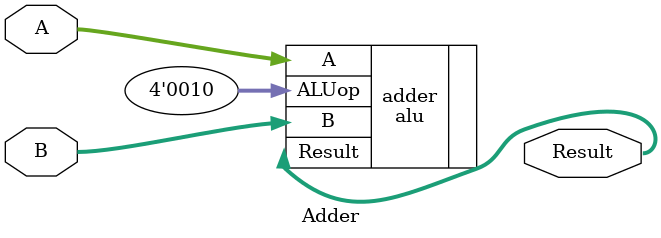
<source format=v>


module fetch(
    input  wire        clk,
    input  wire        reset,
    // data passing from the PC calculate module
    input  wire    IRWrite,
    // For Stall
    input  wire [31:0] nextpc,
    // interaction with inst_sram
    output wire        inst_sram_en,
    input  wire [31:0] inst_sram_rdata,
    // data transfering to DE stage
    output reg  [31:0]       PC_IF_DE,           //fetch_stage pc
    output reg  [31:0] PC_add_4_IF_DE,
    output reg  [31:0]     Inst_IF_DE            //instr code sent from fetch_stage
  );
    parameter ADDR = 32'hbfc00000;

    assign inst_sram_en = ~reset;

    always @ (posedge clk) 
    begin
      if(reset) 
      begin
          PC_IF_DE       <= ADDR;
          PC_add_4_IF_DE <= ADDR+4;
          Inst_IF_DE     <= 32'd0;
      end
      else if (IRWrite) 
      begin
          PC_IF_DE       <= nextpc;
          PC_add_4_IF_DE <= nextpc+4;
          Inst_IF_DE     <= inst_sram_rdata;
      end
      else begin
          PC_IF_DE       <= PC_IF_DE;
          PC_add_4_IF_DE <= PC_add_4_IF_DE;
          Inst_IF_DE     <= Inst_IF_DE;
      end
    end
    //改成了一个时钟周期
endmodule //fetch_stage

module Adder(
    input  [31:0] A,
    input  [31:0] B,
    output [31:0] Result
  );
    alu adder(
        .A      (      A),
        .B      (      B),
        .ALUop  (4'b0010),   //ADD
        .Result ( Result)
    );
endmodule

</source>
